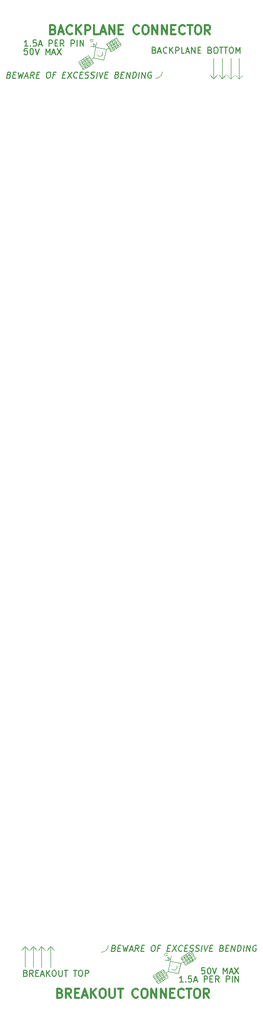
<source format=gto>
G04 #@! TF.GenerationSoftware,KiCad,Pcbnew,(5.1.9)-1*
G04 #@! TF.CreationDate,2021-12-19T15:19:46-05:00*
G04 #@! TF.ProjectId,backplane-breakout-FPC,6261636b-706c-4616-9e65-2d627265616b,rev?*
G04 #@! TF.SameCoordinates,Original*
G04 #@! TF.FileFunction,Legend,Top*
G04 #@! TF.FilePolarity,Positive*
%FSLAX46Y46*%
G04 Gerber Fmt 4.6, Leading zero omitted, Abs format (unit mm)*
G04 Created by KiCad (PCBNEW (5.1.9)-1) date 2021-12-19 15:19:46*
%MOMM*%
%LPD*%
G01*
G04 APERTURE LIST*
%ADD10C,0.150000*%
%ADD11C,0.120000*%
%ADD12C,0.300000*%
G04 APERTURE END LIST*
D10*
X118001190Y-180578571D02*
X118144047Y-180626190D01*
X118191666Y-180673809D01*
X118239285Y-180769047D01*
X118239285Y-180911904D01*
X118191666Y-181007142D01*
X118144047Y-181054761D01*
X118048809Y-181102380D01*
X117667857Y-181102380D01*
X117667857Y-180102380D01*
X118001190Y-180102380D01*
X118096428Y-180150000D01*
X118144047Y-180197619D01*
X118191666Y-180292857D01*
X118191666Y-180388095D01*
X118144047Y-180483333D01*
X118096428Y-180530952D01*
X118001190Y-180578571D01*
X117667857Y-180578571D01*
X119239285Y-181102380D02*
X118905952Y-180626190D01*
X118667857Y-181102380D02*
X118667857Y-180102380D01*
X119048809Y-180102380D01*
X119144047Y-180150000D01*
X119191666Y-180197619D01*
X119239285Y-180292857D01*
X119239285Y-180435714D01*
X119191666Y-180530952D01*
X119144047Y-180578571D01*
X119048809Y-180626190D01*
X118667857Y-180626190D01*
X119667857Y-180578571D02*
X120001190Y-180578571D01*
X120144047Y-181102380D02*
X119667857Y-181102380D01*
X119667857Y-180102380D01*
X120144047Y-180102380D01*
X120525000Y-180816666D02*
X121001190Y-180816666D01*
X120429761Y-181102380D02*
X120763095Y-180102380D01*
X121096428Y-181102380D01*
X121429761Y-181102380D02*
X121429761Y-180102380D01*
X122001190Y-181102380D02*
X121572619Y-180530952D01*
X122001190Y-180102380D02*
X121429761Y-180673809D01*
X122620238Y-180102380D02*
X122810714Y-180102380D01*
X122905952Y-180150000D01*
X123001190Y-180245238D01*
X123048809Y-180435714D01*
X123048809Y-180769047D01*
X123001190Y-180959523D01*
X122905952Y-181054761D01*
X122810714Y-181102380D01*
X122620238Y-181102380D01*
X122525000Y-181054761D01*
X122429761Y-180959523D01*
X122382142Y-180769047D01*
X122382142Y-180435714D01*
X122429761Y-180245238D01*
X122525000Y-180150000D01*
X122620238Y-180102380D01*
X123477380Y-180102380D02*
X123477380Y-180911904D01*
X123525000Y-181007142D01*
X123572619Y-181054761D01*
X123667857Y-181102380D01*
X123858333Y-181102380D01*
X123953571Y-181054761D01*
X124001190Y-181007142D01*
X124048809Y-180911904D01*
X124048809Y-180102380D01*
X124382142Y-180102380D02*
X124953571Y-180102380D01*
X124667857Y-181102380D02*
X124667857Y-180102380D01*
X125905952Y-180102380D02*
X126477380Y-180102380D01*
X126191666Y-181102380D02*
X126191666Y-180102380D01*
X127001190Y-180102380D02*
X127191666Y-180102380D01*
X127286904Y-180150000D01*
X127382142Y-180245238D01*
X127429761Y-180435714D01*
X127429761Y-180769047D01*
X127382142Y-180959523D01*
X127286904Y-181054761D01*
X127191666Y-181102380D01*
X127001190Y-181102380D01*
X126905952Y-181054761D01*
X126810714Y-180959523D01*
X126763095Y-180769047D01*
X126763095Y-180435714D01*
X126810714Y-180245238D01*
X126905952Y-180150000D01*
X127001190Y-180102380D01*
X127858333Y-181102380D02*
X127858333Y-180102380D01*
X128239285Y-180102380D01*
X128334523Y-180150000D01*
X128382142Y-180197619D01*
X128429761Y-180292857D01*
X128429761Y-180435714D01*
X128382142Y-180530952D01*
X128334523Y-180578571D01*
X128239285Y-180626190D01*
X127858333Y-180626190D01*
D11*
X117875000Y-176150000D02*
X118450000Y-176775000D01*
X117875000Y-179550000D02*
X117875000Y-176150000D01*
X119225000Y-176150000D02*
X119800000Y-176775000D01*
X117875000Y-176150000D02*
X117300000Y-176775000D01*
X119225000Y-176150000D02*
X118650000Y-176775000D01*
X119225000Y-179550000D02*
X119225000Y-176150000D01*
X120625000Y-179575000D02*
X120625000Y-176175000D01*
X120625000Y-176175000D02*
X121200000Y-176800000D01*
X120625000Y-176175000D02*
X120050000Y-176800000D01*
X122100000Y-176175000D02*
X122675000Y-176800000D01*
X122100000Y-176175000D02*
X121525000Y-176800000D01*
X122100000Y-179575000D02*
X122100000Y-176175000D01*
X153350000Y-32625000D02*
X152775000Y-32000000D01*
X153350000Y-32625000D02*
X153925000Y-32000000D01*
X153350000Y-29225000D02*
X153350000Y-32625000D01*
X152000000Y-32625000D02*
X151425000Y-32000000D01*
X152000000Y-32625000D02*
X152575000Y-32000000D01*
X152000000Y-29225000D02*
X152000000Y-32625000D01*
X150600000Y-32600000D02*
X150025000Y-31975000D01*
X150600000Y-32600000D02*
X151175000Y-31975000D01*
X150600000Y-29200000D02*
X150600000Y-32600000D01*
X149125000Y-32600000D02*
X148550000Y-31975000D01*
X149125000Y-32600000D02*
X149700000Y-31975000D01*
X149125000Y-29200000D02*
X149125000Y-32600000D01*
D10*
X139321428Y-27878571D02*
X139464285Y-27926190D01*
X139511904Y-27973809D01*
X139559523Y-28069047D01*
X139559523Y-28211904D01*
X139511904Y-28307142D01*
X139464285Y-28354761D01*
X139369047Y-28402380D01*
X138988095Y-28402380D01*
X138988095Y-27402380D01*
X139321428Y-27402380D01*
X139416666Y-27450000D01*
X139464285Y-27497619D01*
X139511904Y-27592857D01*
X139511904Y-27688095D01*
X139464285Y-27783333D01*
X139416666Y-27830952D01*
X139321428Y-27878571D01*
X138988095Y-27878571D01*
X139940476Y-28116666D02*
X140416666Y-28116666D01*
X139845238Y-28402380D02*
X140178571Y-27402380D01*
X140511904Y-28402380D01*
X141416666Y-28307142D02*
X141369047Y-28354761D01*
X141226190Y-28402380D01*
X141130952Y-28402380D01*
X140988095Y-28354761D01*
X140892857Y-28259523D01*
X140845238Y-28164285D01*
X140797619Y-27973809D01*
X140797619Y-27830952D01*
X140845238Y-27640476D01*
X140892857Y-27545238D01*
X140988095Y-27450000D01*
X141130952Y-27402380D01*
X141226190Y-27402380D01*
X141369047Y-27450000D01*
X141416666Y-27497619D01*
X141845238Y-28402380D02*
X141845238Y-27402380D01*
X142416666Y-28402380D02*
X141988095Y-27830952D01*
X142416666Y-27402380D02*
X141845238Y-27973809D01*
X142845238Y-28402380D02*
X142845238Y-27402380D01*
X143226190Y-27402380D01*
X143321428Y-27450000D01*
X143369047Y-27497619D01*
X143416666Y-27592857D01*
X143416666Y-27735714D01*
X143369047Y-27830952D01*
X143321428Y-27878571D01*
X143226190Y-27926190D01*
X142845238Y-27926190D01*
X144321428Y-28402380D02*
X143845238Y-28402380D01*
X143845238Y-27402380D01*
X144607142Y-28116666D02*
X145083333Y-28116666D01*
X144511904Y-28402380D02*
X144845238Y-27402380D01*
X145178571Y-28402380D01*
X145511904Y-28402380D02*
X145511904Y-27402380D01*
X146083333Y-28402380D01*
X146083333Y-27402380D01*
X146559523Y-27878571D02*
X146892857Y-27878571D01*
X147035714Y-28402380D02*
X146559523Y-28402380D01*
X146559523Y-27402380D01*
X147035714Y-27402380D01*
X148559523Y-27878571D02*
X148702380Y-27926190D01*
X148750000Y-27973809D01*
X148797619Y-28069047D01*
X148797619Y-28211904D01*
X148750000Y-28307142D01*
X148702380Y-28354761D01*
X148607142Y-28402380D01*
X148226190Y-28402380D01*
X148226190Y-27402380D01*
X148559523Y-27402380D01*
X148654761Y-27450000D01*
X148702380Y-27497619D01*
X148750000Y-27592857D01*
X148750000Y-27688095D01*
X148702380Y-27783333D01*
X148654761Y-27830952D01*
X148559523Y-27878571D01*
X148226190Y-27878571D01*
X149416666Y-27402380D02*
X149607142Y-27402380D01*
X149702380Y-27450000D01*
X149797619Y-27545238D01*
X149845238Y-27735714D01*
X149845238Y-28069047D01*
X149797619Y-28259523D01*
X149702380Y-28354761D01*
X149607142Y-28402380D01*
X149416666Y-28402380D01*
X149321428Y-28354761D01*
X149226190Y-28259523D01*
X149178571Y-28069047D01*
X149178571Y-27735714D01*
X149226190Y-27545238D01*
X149321428Y-27450000D01*
X149416666Y-27402380D01*
X150130952Y-27402380D02*
X150702380Y-27402380D01*
X150416666Y-28402380D02*
X150416666Y-27402380D01*
X150892857Y-27402380D02*
X151464285Y-27402380D01*
X151178571Y-28402380D02*
X151178571Y-27402380D01*
X151988095Y-27402380D02*
X152178571Y-27402380D01*
X152273809Y-27450000D01*
X152369047Y-27545238D01*
X152416666Y-27735714D01*
X152416666Y-28069047D01*
X152369047Y-28259523D01*
X152273809Y-28354761D01*
X152178571Y-28402380D01*
X151988095Y-28402380D01*
X151892857Y-28354761D01*
X151797619Y-28259523D01*
X151750000Y-28069047D01*
X151750000Y-27735714D01*
X151797619Y-27545238D01*
X151892857Y-27450000D01*
X151988095Y-27402380D01*
X152845238Y-28402380D02*
X152845238Y-27402380D01*
X153178571Y-28116666D01*
X153511904Y-27402380D01*
X153511904Y-28402380D01*
D11*
X140650000Y-31425000D02*
G75*
G02*
X139500000Y-32575000I-1150000J0D01*
G01*
X131700000Y-175975000D02*
G75*
G02*
X130550000Y-177125000I-1150000J0D01*
G01*
D10*
X132621443Y-176453571D02*
X132758348Y-176501190D01*
X132800014Y-176548809D01*
X132835729Y-176644047D01*
X132817872Y-176786904D01*
X132758348Y-176882142D01*
X132704776Y-176929761D01*
X132603586Y-176977380D01*
X132222633Y-176977380D01*
X132347633Y-175977380D01*
X132680967Y-175977380D01*
X132770252Y-176025000D01*
X132811919Y-176072619D01*
X132847633Y-176167857D01*
X132835729Y-176263095D01*
X132776205Y-176358333D01*
X132722633Y-176405952D01*
X132621443Y-176453571D01*
X132288110Y-176453571D01*
X133288110Y-176453571D02*
X133621443Y-176453571D01*
X133698824Y-176977380D02*
X133222633Y-176977380D01*
X133347633Y-175977380D01*
X133823824Y-175977380D01*
X134157157Y-175977380D02*
X134270252Y-176977380D01*
X134550014Y-176263095D01*
X134651205Y-176977380D01*
X135014300Y-175977380D01*
X135258348Y-176691666D02*
X135734538Y-176691666D01*
X135127395Y-176977380D02*
X135585729Y-175977380D01*
X135794062Y-176977380D01*
X136698824Y-176977380D02*
X136425014Y-176501190D01*
X136127395Y-176977380D02*
X136252395Y-175977380D01*
X136633348Y-175977380D01*
X136722633Y-176025000D01*
X136764300Y-176072619D01*
X136800014Y-176167857D01*
X136782157Y-176310714D01*
X136722633Y-176405952D01*
X136669062Y-176453571D01*
X136567872Y-176501190D01*
X136186919Y-176501190D01*
X137192872Y-176453571D02*
X137526205Y-176453571D01*
X137603586Y-176977380D02*
X137127395Y-176977380D01*
X137252395Y-175977380D01*
X137728586Y-175977380D01*
X139109538Y-175977380D02*
X139300014Y-175977380D01*
X139389300Y-176025000D01*
X139472633Y-176120238D01*
X139496443Y-176310714D01*
X139454776Y-176644047D01*
X139383348Y-176834523D01*
X139276205Y-176929761D01*
X139175014Y-176977380D01*
X138984538Y-176977380D01*
X138895252Y-176929761D01*
X138811919Y-176834523D01*
X138788110Y-176644047D01*
X138829776Y-176310714D01*
X138901205Y-176120238D01*
X139008348Y-176025000D01*
X139109538Y-175977380D01*
X140240491Y-176453571D02*
X139907157Y-176453571D01*
X139841681Y-176977380D02*
X139966681Y-175977380D01*
X140442872Y-175977380D01*
X141526205Y-176453571D02*
X141859538Y-176453571D01*
X141936919Y-176977380D02*
X141460729Y-176977380D01*
X141585729Y-175977380D01*
X142061919Y-175977380D01*
X142395252Y-175977380D02*
X142936919Y-176977380D01*
X143061919Y-175977380D02*
X142270252Y-176977380D01*
X143901205Y-176882142D02*
X143847633Y-176929761D01*
X143698824Y-176977380D01*
X143603586Y-176977380D01*
X143466681Y-176929761D01*
X143383348Y-176834523D01*
X143347633Y-176739285D01*
X143323824Y-176548809D01*
X143341681Y-176405952D01*
X143413110Y-176215476D01*
X143472633Y-176120238D01*
X143579776Y-176025000D01*
X143728586Y-175977380D01*
X143823824Y-175977380D01*
X143960729Y-176025000D01*
X144002395Y-176072619D01*
X144383348Y-176453571D02*
X144716681Y-176453571D01*
X144794062Y-176977380D02*
X144317872Y-176977380D01*
X144442872Y-175977380D01*
X144919062Y-175977380D01*
X145180967Y-176929761D02*
X145317872Y-176977380D01*
X145555967Y-176977380D01*
X145657157Y-176929761D01*
X145710729Y-176882142D01*
X145770252Y-176786904D01*
X145782157Y-176691666D01*
X145746443Y-176596428D01*
X145704776Y-176548809D01*
X145615491Y-176501190D01*
X145430967Y-176453571D01*
X145341681Y-176405952D01*
X145300014Y-176358333D01*
X145264300Y-176263095D01*
X145276205Y-176167857D01*
X145335729Y-176072619D01*
X145389300Y-176025000D01*
X145490491Y-175977380D01*
X145728586Y-175977380D01*
X145865491Y-176025000D01*
X146133348Y-176929761D02*
X146270252Y-176977380D01*
X146508348Y-176977380D01*
X146609538Y-176929761D01*
X146663110Y-176882142D01*
X146722633Y-176786904D01*
X146734538Y-176691666D01*
X146698824Y-176596428D01*
X146657157Y-176548809D01*
X146567872Y-176501190D01*
X146383348Y-176453571D01*
X146294062Y-176405952D01*
X146252395Y-176358333D01*
X146216681Y-176263095D01*
X146228586Y-176167857D01*
X146288110Y-176072619D01*
X146341681Y-176025000D01*
X146442872Y-175977380D01*
X146680967Y-175977380D01*
X146817872Y-176025000D01*
X147127395Y-176977380D02*
X147252395Y-175977380D01*
X147585729Y-175977380D02*
X147794062Y-176977380D01*
X148252395Y-175977380D01*
X148526205Y-176453571D02*
X148859538Y-176453571D01*
X148936919Y-176977380D02*
X148460729Y-176977380D01*
X148585729Y-175977380D01*
X149061919Y-175977380D01*
X150526205Y-176453571D02*
X150663110Y-176501190D01*
X150704776Y-176548809D01*
X150740491Y-176644047D01*
X150722633Y-176786904D01*
X150663110Y-176882142D01*
X150609538Y-176929761D01*
X150508348Y-176977380D01*
X150127395Y-176977380D01*
X150252395Y-175977380D01*
X150585729Y-175977380D01*
X150675014Y-176025000D01*
X150716681Y-176072619D01*
X150752395Y-176167857D01*
X150740491Y-176263095D01*
X150680967Y-176358333D01*
X150627395Y-176405952D01*
X150526205Y-176453571D01*
X150192872Y-176453571D01*
X151192872Y-176453571D02*
X151526205Y-176453571D01*
X151603586Y-176977380D02*
X151127395Y-176977380D01*
X151252395Y-175977380D01*
X151728586Y-175977380D01*
X152032157Y-176977380D02*
X152157157Y-175977380D01*
X152603586Y-176977380D01*
X152728586Y-175977380D01*
X153079776Y-176977380D02*
X153204776Y-175977380D01*
X153442872Y-175977380D01*
X153579776Y-176025000D01*
X153663110Y-176120238D01*
X153698824Y-176215476D01*
X153722633Y-176405952D01*
X153704776Y-176548809D01*
X153633348Y-176739285D01*
X153573824Y-176834523D01*
X153466681Y-176929761D01*
X153317872Y-176977380D01*
X153079776Y-176977380D01*
X154079776Y-176977380D02*
X154204776Y-175977380D01*
X154555967Y-176977380D02*
X154680967Y-175977380D01*
X155127395Y-176977380D01*
X155252395Y-175977380D01*
X156246443Y-176025000D02*
X156157157Y-175977380D01*
X156014300Y-175977380D01*
X155865491Y-176025000D01*
X155758348Y-176120238D01*
X155698824Y-176215476D01*
X155627395Y-176405952D01*
X155609538Y-176548809D01*
X155633348Y-176739285D01*
X155669062Y-176834523D01*
X155752395Y-176929761D01*
X155889300Y-176977380D01*
X155984538Y-176977380D01*
X156133348Y-176929761D01*
X156186919Y-176882142D01*
X156228586Y-176548809D01*
X156038110Y-176548809D01*
X115246443Y-31978571D02*
X115383348Y-32026190D01*
X115425014Y-32073809D01*
X115460729Y-32169047D01*
X115442872Y-32311904D01*
X115383348Y-32407142D01*
X115329776Y-32454761D01*
X115228586Y-32502380D01*
X114847633Y-32502380D01*
X114972633Y-31502380D01*
X115305967Y-31502380D01*
X115395252Y-31550000D01*
X115436919Y-31597619D01*
X115472633Y-31692857D01*
X115460729Y-31788095D01*
X115401205Y-31883333D01*
X115347633Y-31930952D01*
X115246443Y-31978571D01*
X114913110Y-31978571D01*
X115913110Y-31978571D02*
X116246443Y-31978571D01*
X116323824Y-32502380D02*
X115847633Y-32502380D01*
X115972633Y-31502380D01*
X116448824Y-31502380D01*
X116782157Y-31502380D02*
X116895252Y-32502380D01*
X117175014Y-31788095D01*
X117276205Y-32502380D01*
X117639300Y-31502380D01*
X117883348Y-32216666D02*
X118359538Y-32216666D01*
X117752395Y-32502380D02*
X118210729Y-31502380D01*
X118419062Y-32502380D01*
X119323824Y-32502380D02*
X119050014Y-32026190D01*
X118752395Y-32502380D02*
X118877395Y-31502380D01*
X119258348Y-31502380D01*
X119347633Y-31550000D01*
X119389300Y-31597619D01*
X119425014Y-31692857D01*
X119407157Y-31835714D01*
X119347633Y-31930952D01*
X119294062Y-31978571D01*
X119192872Y-32026190D01*
X118811919Y-32026190D01*
X119817872Y-31978571D02*
X120151205Y-31978571D01*
X120228586Y-32502380D02*
X119752395Y-32502380D01*
X119877395Y-31502380D01*
X120353586Y-31502380D01*
X121734538Y-31502380D02*
X121925014Y-31502380D01*
X122014300Y-31550000D01*
X122097633Y-31645238D01*
X122121443Y-31835714D01*
X122079776Y-32169047D01*
X122008348Y-32359523D01*
X121901205Y-32454761D01*
X121800014Y-32502380D01*
X121609538Y-32502380D01*
X121520252Y-32454761D01*
X121436919Y-32359523D01*
X121413110Y-32169047D01*
X121454776Y-31835714D01*
X121526205Y-31645238D01*
X121633348Y-31550000D01*
X121734538Y-31502380D01*
X122865491Y-31978571D02*
X122532157Y-31978571D01*
X122466681Y-32502380D02*
X122591681Y-31502380D01*
X123067872Y-31502380D01*
X124151205Y-31978571D02*
X124484538Y-31978571D01*
X124561919Y-32502380D02*
X124085729Y-32502380D01*
X124210729Y-31502380D01*
X124686919Y-31502380D01*
X125020252Y-31502380D02*
X125561919Y-32502380D01*
X125686919Y-31502380D02*
X124895252Y-32502380D01*
X126526205Y-32407142D02*
X126472633Y-32454761D01*
X126323824Y-32502380D01*
X126228586Y-32502380D01*
X126091681Y-32454761D01*
X126008348Y-32359523D01*
X125972633Y-32264285D01*
X125948824Y-32073809D01*
X125966681Y-31930952D01*
X126038110Y-31740476D01*
X126097633Y-31645238D01*
X126204776Y-31550000D01*
X126353586Y-31502380D01*
X126448824Y-31502380D01*
X126585729Y-31550000D01*
X126627395Y-31597619D01*
X127008348Y-31978571D02*
X127341681Y-31978571D01*
X127419062Y-32502380D02*
X126942872Y-32502380D01*
X127067872Y-31502380D01*
X127544062Y-31502380D01*
X127805967Y-32454761D02*
X127942872Y-32502380D01*
X128180967Y-32502380D01*
X128282157Y-32454761D01*
X128335729Y-32407142D01*
X128395252Y-32311904D01*
X128407157Y-32216666D01*
X128371443Y-32121428D01*
X128329776Y-32073809D01*
X128240491Y-32026190D01*
X128055967Y-31978571D01*
X127966681Y-31930952D01*
X127925014Y-31883333D01*
X127889300Y-31788095D01*
X127901205Y-31692857D01*
X127960729Y-31597619D01*
X128014300Y-31550000D01*
X128115491Y-31502380D01*
X128353586Y-31502380D01*
X128490491Y-31550000D01*
X128758348Y-32454761D02*
X128895252Y-32502380D01*
X129133348Y-32502380D01*
X129234538Y-32454761D01*
X129288110Y-32407142D01*
X129347633Y-32311904D01*
X129359538Y-32216666D01*
X129323824Y-32121428D01*
X129282157Y-32073809D01*
X129192872Y-32026190D01*
X129008348Y-31978571D01*
X128919062Y-31930952D01*
X128877395Y-31883333D01*
X128841681Y-31788095D01*
X128853586Y-31692857D01*
X128913110Y-31597619D01*
X128966681Y-31550000D01*
X129067872Y-31502380D01*
X129305967Y-31502380D01*
X129442872Y-31550000D01*
X129752395Y-32502380D02*
X129877395Y-31502380D01*
X130210729Y-31502380D02*
X130419062Y-32502380D01*
X130877395Y-31502380D01*
X131151205Y-31978571D02*
X131484538Y-31978571D01*
X131561919Y-32502380D02*
X131085729Y-32502380D01*
X131210729Y-31502380D01*
X131686919Y-31502380D01*
X133151205Y-31978571D02*
X133288110Y-32026190D01*
X133329776Y-32073809D01*
X133365491Y-32169047D01*
X133347633Y-32311904D01*
X133288110Y-32407142D01*
X133234538Y-32454761D01*
X133133348Y-32502380D01*
X132752395Y-32502380D01*
X132877395Y-31502380D01*
X133210729Y-31502380D01*
X133300014Y-31550000D01*
X133341681Y-31597619D01*
X133377395Y-31692857D01*
X133365491Y-31788095D01*
X133305967Y-31883333D01*
X133252395Y-31930952D01*
X133151205Y-31978571D01*
X132817872Y-31978571D01*
X133817872Y-31978571D02*
X134151205Y-31978571D01*
X134228586Y-32502380D02*
X133752395Y-32502380D01*
X133877395Y-31502380D01*
X134353586Y-31502380D01*
X134657157Y-32502380D02*
X134782157Y-31502380D01*
X135228586Y-32502380D01*
X135353586Y-31502380D01*
X135704776Y-32502380D02*
X135829776Y-31502380D01*
X136067872Y-31502380D01*
X136204776Y-31550000D01*
X136288110Y-31645238D01*
X136323824Y-31740476D01*
X136347633Y-31930952D01*
X136329776Y-32073809D01*
X136258348Y-32264285D01*
X136198824Y-32359523D01*
X136091681Y-32454761D01*
X135942872Y-32502380D01*
X135704776Y-32502380D01*
X136704776Y-32502380D02*
X136829776Y-31502380D01*
X137180967Y-32502380D02*
X137305967Y-31502380D01*
X137752395Y-32502380D01*
X137877395Y-31502380D01*
X138871443Y-31550000D02*
X138782157Y-31502380D01*
X138639300Y-31502380D01*
X138490491Y-31550000D01*
X138383348Y-31645238D01*
X138323824Y-31740476D01*
X138252395Y-31930952D01*
X138234538Y-32073809D01*
X138258348Y-32264285D01*
X138294062Y-32359523D01*
X138377395Y-32454761D01*
X138514300Y-32502380D01*
X138609538Y-32502380D01*
X138758348Y-32454761D01*
X138811919Y-32407142D01*
X138853586Y-32073809D01*
X138663110Y-32073809D01*
D11*
X143302239Y-180655907D02*
X141573102Y-180288368D01*
X141142911Y-181462010D02*
X140723575Y-181734329D01*
X139748745Y-182069301D02*
X141426086Y-180980023D01*
X140723575Y-181734329D02*
X139906617Y-180476324D01*
X139487281Y-180748643D02*
X140304240Y-182006649D01*
X141940641Y-178559231D02*
X141573102Y-180288368D01*
X143669778Y-178926770D02*
X141940641Y-178559231D01*
X139476425Y-181649965D02*
X141153767Y-180560687D01*
X143669778Y-178926770D02*
X143302239Y-180655907D01*
X141573102Y-180288368D02*
X141153767Y-180560687D01*
X143669778Y-178926770D02*
X144089114Y-178654451D01*
X141562246Y-181189690D02*
X141153767Y-180560687D01*
X141153767Y-180560687D02*
X140745287Y-179931684D01*
X139884905Y-182278968D02*
X141562246Y-181189690D01*
X139340266Y-181440298D02*
X139476425Y-181649965D01*
X140745287Y-179931684D02*
X139067946Y-181020963D01*
X141289926Y-180770355D02*
X139612585Y-181859633D01*
X140325952Y-180204004D02*
X141142911Y-181462010D01*
X139067946Y-181020963D02*
X139884905Y-182278968D01*
X139906617Y-180476324D02*
X139487281Y-180748643D01*
X140881447Y-180141352D02*
X141017607Y-180351020D01*
X139204106Y-181230630D02*
X140881447Y-180141352D01*
X141017607Y-180351020D02*
X139340266Y-181440298D01*
X139612585Y-181859633D02*
X139748745Y-182069301D01*
X144916928Y-179011134D02*
X144099970Y-177753128D01*
X143040775Y-179335249D02*
G75*
G02*
X142202105Y-179879889I-419335J-272320D01*
G01*
X144099970Y-177753128D02*
X144519305Y-177480809D01*
X145630295Y-177355505D02*
X145494135Y-177145837D01*
X142144293Y-177771178D02*
G75*
G02*
X141137887Y-178424746I-693827J-33249D01*
G01*
X143952954Y-178444783D02*
X145630295Y-177355505D01*
X141940641Y-178559231D02*
X141831713Y-178391497D01*
X143680634Y-178025448D02*
X144089114Y-178654451D01*
X145336263Y-178738815D02*
X145755599Y-178466495D01*
X142595511Y-179085187D02*
G75*
G03*
X142595511Y-179085187I-50990J0D01*
G01*
X145766455Y-177565173D02*
X144089114Y-178654451D01*
X145755599Y-178466495D02*
X144938640Y-177208489D01*
X145902614Y-177774840D02*
X145766455Y-177565173D01*
X146038774Y-177984508D02*
X144361433Y-179073786D01*
X146174934Y-178194176D02*
X145357975Y-176936170D01*
X144361433Y-179073786D02*
X144225273Y-178864118D01*
X144225273Y-178864118D02*
X145902614Y-177774840D01*
X145494135Y-177145837D02*
X143816794Y-178235116D01*
X142226496Y-179324828D02*
G75*
G03*
X142226496Y-179324828I-50990J0D01*
G01*
X145357975Y-176936170D02*
X143680634Y-178025448D01*
X144089114Y-178654451D02*
X144497593Y-179283454D01*
X144497593Y-179283454D02*
X146174934Y-178194176D01*
X144519305Y-177480809D02*
X145336263Y-178738815D01*
D12*
X123678571Y-183867857D02*
X123892857Y-183939285D01*
X123964285Y-184010714D01*
X124035714Y-184153571D01*
X124035714Y-184367857D01*
X123964285Y-184510714D01*
X123892857Y-184582142D01*
X123750000Y-184653571D01*
X123178571Y-184653571D01*
X123178571Y-183153571D01*
X123678571Y-183153571D01*
X123821428Y-183225000D01*
X123892857Y-183296428D01*
X123964285Y-183439285D01*
X123964285Y-183582142D01*
X123892857Y-183725000D01*
X123821428Y-183796428D01*
X123678571Y-183867857D01*
X123178571Y-183867857D01*
X125535714Y-184653571D02*
X125035714Y-183939285D01*
X124678571Y-184653571D02*
X124678571Y-183153571D01*
X125250000Y-183153571D01*
X125392857Y-183225000D01*
X125464285Y-183296428D01*
X125535714Y-183439285D01*
X125535714Y-183653571D01*
X125464285Y-183796428D01*
X125392857Y-183867857D01*
X125250000Y-183939285D01*
X124678571Y-183939285D01*
X126178571Y-183867857D02*
X126678571Y-183867857D01*
X126892857Y-184653571D02*
X126178571Y-184653571D01*
X126178571Y-183153571D01*
X126892857Y-183153571D01*
X127464285Y-184225000D02*
X128178571Y-184225000D01*
X127321428Y-184653571D02*
X127821428Y-183153571D01*
X128321428Y-184653571D01*
X128821428Y-184653571D02*
X128821428Y-183153571D01*
X129678571Y-184653571D02*
X129035714Y-183796428D01*
X129678571Y-183153571D02*
X128821428Y-184010714D01*
X130607142Y-183153571D02*
X130892857Y-183153571D01*
X131035714Y-183225000D01*
X131178571Y-183367857D01*
X131250000Y-183653571D01*
X131250000Y-184153571D01*
X131178571Y-184439285D01*
X131035714Y-184582142D01*
X130892857Y-184653571D01*
X130607142Y-184653571D01*
X130464285Y-184582142D01*
X130321428Y-184439285D01*
X130250000Y-184153571D01*
X130250000Y-183653571D01*
X130321428Y-183367857D01*
X130464285Y-183225000D01*
X130607142Y-183153571D01*
X131892857Y-183153571D02*
X131892857Y-184367857D01*
X131964285Y-184510714D01*
X132035714Y-184582142D01*
X132178571Y-184653571D01*
X132464285Y-184653571D01*
X132607142Y-184582142D01*
X132678571Y-184510714D01*
X132750000Y-184367857D01*
X132750000Y-183153571D01*
X133250000Y-183153571D02*
X134107142Y-183153571D01*
X133678571Y-184653571D02*
X133678571Y-183153571D01*
X136607142Y-184510714D02*
X136535714Y-184582142D01*
X136321428Y-184653571D01*
X136178571Y-184653571D01*
X135964285Y-184582142D01*
X135821428Y-184439285D01*
X135750000Y-184296428D01*
X135678571Y-184010714D01*
X135678571Y-183796428D01*
X135750000Y-183510714D01*
X135821428Y-183367857D01*
X135964285Y-183225000D01*
X136178571Y-183153571D01*
X136321428Y-183153571D01*
X136535714Y-183225000D01*
X136607142Y-183296428D01*
X137535714Y-183153571D02*
X137821428Y-183153571D01*
X137964285Y-183225000D01*
X138107142Y-183367857D01*
X138178571Y-183653571D01*
X138178571Y-184153571D01*
X138107142Y-184439285D01*
X137964285Y-184582142D01*
X137821428Y-184653571D01*
X137535714Y-184653571D01*
X137392857Y-184582142D01*
X137250000Y-184439285D01*
X137178571Y-184153571D01*
X137178571Y-183653571D01*
X137250000Y-183367857D01*
X137392857Y-183225000D01*
X137535714Y-183153571D01*
X138821428Y-184653571D02*
X138821428Y-183153571D01*
X139678571Y-184653571D01*
X139678571Y-183153571D01*
X140392857Y-184653571D02*
X140392857Y-183153571D01*
X141250000Y-184653571D01*
X141250000Y-183153571D01*
X141964285Y-183867857D02*
X142464285Y-183867857D01*
X142678571Y-184653571D02*
X141964285Y-184653571D01*
X141964285Y-183153571D01*
X142678571Y-183153571D01*
X144178571Y-184510714D02*
X144107142Y-184582142D01*
X143892857Y-184653571D01*
X143750000Y-184653571D01*
X143535714Y-184582142D01*
X143392857Y-184439285D01*
X143321428Y-184296428D01*
X143250000Y-184010714D01*
X143250000Y-183796428D01*
X143321428Y-183510714D01*
X143392857Y-183367857D01*
X143535714Y-183225000D01*
X143750000Y-183153571D01*
X143892857Y-183153571D01*
X144107142Y-183225000D01*
X144178571Y-183296428D01*
X144607142Y-183153571D02*
X145464285Y-183153571D01*
X145035714Y-184653571D02*
X145035714Y-183153571D01*
X146250000Y-183153571D02*
X146535714Y-183153571D01*
X146678571Y-183225000D01*
X146821428Y-183367857D01*
X146892857Y-183653571D01*
X146892857Y-184153571D01*
X146821428Y-184439285D01*
X146678571Y-184582142D01*
X146535714Y-184653571D01*
X146250000Y-184653571D01*
X146107142Y-184582142D01*
X145964285Y-184439285D01*
X145892857Y-184153571D01*
X145892857Y-183653571D01*
X145964285Y-183367857D01*
X146107142Y-183225000D01*
X146250000Y-183153571D01*
X148392857Y-184653571D02*
X147892857Y-183939285D01*
X147535714Y-184653571D02*
X147535714Y-183153571D01*
X148107142Y-183153571D01*
X148250000Y-183225000D01*
X148321428Y-183296428D01*
X148392857Y-183439285D01*
X148392857Y-183653571D01*
X148321428Y-183796428D01*
X148250000Y-183867857D01*
X148107142Y-183939285D01*
X147535714Y-183939285D01*
D10*
X147676190Y-179692380D02*
X147200000Y-179692380D01*
X147152380Y-180168571D01*
X147200000Y-180120952D01*
X147295238Y-180073333D01*
X147533333Y-180073333D01*
X147628571Y-180120952D01*
X147676190Y-180168571D01*
X147723809Y-180263809D01*
X147723809Y-180501904D01*
X147676190Y-180597142D01*
X147628571Y-180644761D01*
X147533333Y-180692380D01*
X147295238Y-180692380D01*
X147200000Y-180644761D01*
X147152380Y-180597142D01*
X148342857Y-179692380D02*
X148438095Y-179692380D01*
X148533333Y-179740000D01*
X148580952Y-179787619D01*
X148628571Y-179882857D01*
X148676190Y-180073333D01*
X148676190Y-180311428D01*
X148628571Y-180501904D01*
X148580952Y-180597142D01*
X148533333Y-180644761D01*
X148438095Y-180692380D01*
X148342857Y-180692380D01*
X148247619Y-180644761D01*
X148200000Y-180597142D01*
X148152380Y-180501904D01*
X148104761Y-180311428D01*
X148104761Y-180073333D01*
X148152380Y-179882857D01*
X148200000Y-179787619D01*
X148247619Y-179740000D01*
X148342857Y-179692380D01*
X148961904Y-179692380D02*
X149295238Y-180692380D01*
X149628571Y-179692380D01*
X150723809Y-180692380D02*
X150723809Y-179692380D01*
X151057142Y-180406666D01*
X151390476Y-179692380D01*
X151390476Y-180692380D01*
X151819047Y-180406666D02*
X152295238Y-180406666D01*
X151723809Y-180692380D02*
X152057142Y-179692380D01*
X152390476Y-180692380D01*
X152628571Y-179692380D02*
X153295238Y-180692380D01*
X153295238Y-179692380D02*
X152628571Y-180692380D01*
X144091666Y-182062380D02*
X143520238Y-182062380D01*
X143805952Y-182062380D02*
X143805952Y-181062380D01*
X143710714Y-181205238D01*
X143615476Y-181300476D01*
X143520238Y-181348095D01*
X144520238Y-181967142D02*
X144567857Y-182014761D01*
X144520238Y-182062380D01*
X144472619Y-182014761D01*
X144520238Y-181967142D01*
X144520238Y-182062380D01*
X145472619Y-181062380D02*
X144996428Y-181062380D01*
X144948809Y-181538571D01*
X144996428Y-181490952D01*
X145091666Y-181443333D01*
X145329761Y-181443333D01*
X145425000Y-181490952D01*
X145472619Y-181538571D01*
X145520238Y-181633809D01*
X145520238Y-181871904D01*
X145472619Y-181967142D01*
X145425000Y-182014761D01*
X145329761Y-182062380D01*
X145091666Y-182062380D01*
X144996428Y-182014761D01*
X144948809Y-181967142D01*
X145901190Y-181776666D02*
X146377380Y-181776666D01*
X145805952Y-182062380D02*
X146139285Y-181062380D01*
X146472619Y-182062380D01*
X147567857Y-182062380D02*
X147567857Y-181062380D01*
X147948809Y-181062380D01*
X148044047Y-181110000D01*
X148091666Y-181157619D01*
X148139285Y-181252857D01*
X148139285Y-181395714D01*
X148091666Y-181490952D01*
X148044047Y-181538571D01*
X147948809Y-181586190D01*
X147567857Y-181586190D01*
X148567857Y-181538571D02*
X148901190Y-181538571D01*
X149044047Y-182062380D02*
X148567857Y-182062380D01*
X148567857Y-181062380D01*
X149044047Y-181062380D01*
X150044047Y-182062380D02*
X149710714Y-181586190D01*
X149472619Y-182062380D02*
X149472619Y-181062380D01*
X149853571Y-181062380D01*
X149948809Y-181110000D01*
X149996428Y-181157619D01*
X150044047Y-181252857D01*
X150044047Y-181395714D01*
X149996428Y-181490952D01*
X149948809Y-181538571D01*
X149853571Y-181586190D01*
X149472619Y-181586190D01*
X151234523Y-182062380D02*
X151234523Y-181062380D01*
X151615476Y-181062380D01*
X151710714Y-181110000D01*
X151758333Y-181157619D01*
X151805952Y-181252857D01*
X151805952Y-181395714D01*
X151758333Y-181490952D01*
X151710714Y-181538571D01*
X151615476Y-181586190D01*
X151234523Y-181586190D01*
X152234523Y-182062380D02*
X152234523Y-181062380D01*
X152710714Y-182062380D02*
X152710714Y-181062380D01*
X153282142Y-182062380D01*
X153282142Y-181062380D01*
D11*
X141594814Y-178485723D02*
X141586626Y-178014095D01*
X142014149Y-178213404D02*
X141586626Y-178014095D01*
X140978282Y-177712135D02*
G75*
G02*
X141566993Y-177341236I376872J54475D01*
G01*
X141661626Y-178014095D02*
G75*
G03*
X141661626Y-178014095I-75000J0D01*
G01*
X141216499Y-177816210D02*
G75*
G02*
X141550120Y-177590666I206735J53716D01*
G01*
D10*
X118276190Y-27612380D02*
X117800000Y-27612380D01*
X117752380Y-28088571D01*
X117800000Y-28040952D01*
X117895238Y-27993333D01*
X118133333Y-27993333D01*
X118228571Y-28040952D01*
X118276190Y-28088571D01*
X118323809Y-28183809D01*
X118323809Y-28421904D01*
X118276190Y-28517142D01*
X118228571Y-28564761D01*
X118133333Y-28612380D01*
X117895238Y-28612380D01*
X117800000Y-28564761D01*
X117752380Y-28517142D01*
X118942857Y-27612380D02*
X119038095Y-27612380D01*
X119133333Y-27660000D01*
X119180952Y-27707619D01*
X119228571Y-27802857D01*
X119276190Y-27993333D01*
X119276190Y-28231428D01*
X119228571Y-28421904D01*
X119180952Y-28517142D01*
X119133333Y-28564761D01*
X119038095Y-28612380D01*
X118942857Y-28612380D01*
X118847619Y-28564761D01*
X118800000Y-28517142D01*
X118752380Y-28421904D01*
X118704761Y-28231428D01*
X118704761Y-27993333D01*
X118752380Y-27802857D01*
X118800000Y-27707619D01*
X118847619Y-27660000D01*
X118942857Y-27612380D01*
X119561904Y-27612380D02*
X119895238Y-28612380D01*
X120228571Y-27612380D01*
X121323809Y-28612380D02*
X121323809Y-27612380D01*
X121657142Y-28326666D01*
X121990476Y-27612380D01*
X121990476Y-28612380D01*
X122419047Y-28326666D02*
X122895238Y-28326666D01*
X122323809Y-28612380D02*
X122657142Y-27612380D01*
X122990476Y-28612380D01*
X123228571Y-27612380D02*
X123895238Y-28612380D01*
X123895238Y-27612380D02*
X123228571Y-28612380D01*
X118366666Y-27227380D02*
X117795238Y-27227380D01*
X118080952Y-27227380D02*
X118080952Y-26227380D01*
X117985714Y-26370238D01*
X117890476Y-26465476D01*
X117795238Y-26513095D01*
X118795238Y-27132142D02*
X118842857Y-27179761D01*
X118795238Y-27227380D01*
X118747619Y-27179761D01*
X118795238Y-27132142D01*
X118795238Y-27227380D01*
X119747619Y-26227380D02*
X119271428Y-26227380D01*
X119223809Y-26703571D01*
X119271428Y-26655952D01*
X119366666Y-26608333D01*
X119604761Y-26608333D01*
X119700000Y-26655952D01*
X119747619Y-26703571D01*
X119795238Y-26798809D01*
X119795238Y-27036904D01*
X119747619Y-27132142D01*
X119700000Y-27179761D01*
X119604761Y-27227380D01*
X119366666Y-27227380D01*
X119271428Y-27179761D01*
X119223809Y-27132142D01*
X120176190Y-26941666D02*
X120652380Y-26941666D01*
X120080952Y-27227380D02*
X120414285Y-26227380D01*
X120747619Y-27227380D01*
X121842857Y-27227380D02*
X121842857Y-26227380D01*
X122223809Y-26227380D01*
X122319047Y-26275000D01*
X122366666Y-26322619D01*
X122414285Y-26417857D01*
X122414285Y-26560714D01*
X122366666Y-26655952D01*
X122319047Y-26703571D01*
X122223809Y-26751190D01*
X121842857Y-26751190D01*
X122842857Y-26703571D02*
X123176190Y-26703571D01*
X123319047Y-27227380D02*
X122842857Y-27227380D01*
X122842857Y-26227380D01*
X123319047Y-26227380D01*
X124319047Y-27227380D02*
X123985714Y-26751190D01*
X123747619Y-27227380D02*
X123747619Y-26227380D01*
X124128571Y-26227380D01*
X124223809Y-26275000D01*
X124271428Y-26322619D01*
X124319047Y-26417857D01*
X124319047Y-26560714D01*
X124271428Y-26655952D01*
X124223809Y-26703571D01*
X124128571Y-26751190D01*
X123747619Y-26751190D01*
X125509523Y-27227380D02*
X125509523Y-26227380D01*
X125890476Y-26227380D01*
X125985714Y-26275000D01*
X126033333Y-26322619D01*
X126080952Y-26417857D01*
X126080952Y-26560714D01*
X126033333Y-26655952D01*
X125985714Y-26703571D01*
X125890476Y-26751190D01*
X125509523Y-26751190D01*
X126509523Y-27227380D02*
X126509523Y-26227380D01*
X126985714Y-27227380D02*
X126985714Y-26227380D01*
X127557142Y-27227380D01*
X127557142Y-26227380D01*
D12*
X122560714Y-24467857D02*
X122775000Y-24539285D01*
X122846428Y-24610714D01*
X122917857Y-24753571D01*
X122917857Y-24967857D01*
X122846428Y-25110714D01*
X122775000Y-25182142D01*
X122632142Y-25253571D01*
X122060714Y-25253571D01*
X122060714Y-23753571D01*
X122560714Y-23753571D01*
X122703571Y-23825000D01*
X122775000Y-23896428D01*
X122846428Y-24039285D01*
X122846428Y-24182142D01*
X122775000Y-24325000D01*
X122703571Y-24396428D01*
X122560714Y-24467857D01*
X122060714Y-24467857D01*
X123489285Y-24825000D02*
X124203571Y-24825000D01*
X123346428Y-25253571D02*
X123846428Y-23753571D01*
X124346428Y-25253571D01*
X125703571Y-25110714D02*
X125632142Y-25182142D01*
X125417857Y-25253571D01*
X125275000Y-25253571D01*
X125060714Y-25182142D01*
X124917857Y-25039285D01*
X124846428Y-24896428D01*
X124775000Y-24610714D01*
X124775000Y-24396428D01*
X124846428Y-24110714D01*
X124917857Y-23967857D01*
X125060714Y-23825000D01*
X125275000Y-23753571D01*
X125417857Y-23753571D01*
X125632142Y-23825000D01*
X125703571Y-23896428D01*
X126346428Y-25253571D02*
X126346428Y-23753571D01*
X127203571Y-25253571D02*
X126560714Y-24396428D01*
X127203571Y-23753571D02*
X126346428Y-24610714D01*
X127846428Y-25253571D02*
X127846428Y-23753571D01*
X128417857Y-23753571D01*
X128560714Y-23825000D01*
X128632142Y-23896428D01*
X128703571Y-24039285D01*
X128703571Y-24253571D01*
X128632142Y-24396428D01*
X128560714Y-24467857D01*
X128417857Y-24539285D01*
X127846428Y-24539285D01*
X130060714Y-25253571D02*
X129346428Y-25253571D01*
X129346428Y-23753571D01*
X130489285Y-24825000D02*
X131203571Y-24825000D01*
X130346428Y-25253571D02*
X130846428Y-23753571D01*
X131346428Y-25253571D01*
X131846428Y-25253571D02*
X131846428Y-23753571D01*
X132703571Y-25253571D01*
X132703571Y-23753571D01*
X133417857Y-24467857D02*
X133917857Y-24467857D01*
X134132142Y-25253571D02*
X133417857Y-25253571D01*
X133417857Y-23753571D01*
X134132142Y-23753571D01*
X136775000Y-25110714D02*
X136703571Y-25182142D01*
X136489285Y-25253571D01*
X136346428Y-25253571D01*
X136132142Y-25182142D01*
X135989285Y-25039285D01*
X135917857Y-24896428D01*
X135846428Y-24610714D01*
X135846428Y-24396428D01*
X135917857Y-24110714D01*
X135989285Y-23967857D01*
X136132142Y-23825000D01*
X136346428Y-23753571D01*
X136489285Y-23753571D01*
X136703571Y-23825000D01*
X136775000Y-23896428D01*
X137703571Y-23753571D02*
X137989285Y-23753571D01*
X138132142Y-23825000D01*
X138275000Y-23967857D01*
X138346428Y-24253571D01*
X138346428Y-24753571D01*
X138275000Y-25039285D01*
X138132142Y-25182142D01*
X137989285Y-25253571D01*
X137703571Y-25253571D01*
X137560714Y-25182142D01*
X137417857Y-25039285D01*
X137346428Y-24753571D01*
X137346428Y-24253571D01*
X137417857Y-23967857D01*
X137560714Y-23825000D01*
X137703571Y-23753571D01*
X138989285Y-25253571D02*
X138989285Y-23753571D01*
X139846428Y-25253571D01*
X139846428Y-23753571D01*
X140560714Y-25253571D02*
X140560714Y-23753571D01*
X141417857Y-25253571D01*
X141417857Y-23753571D01*
X142132142Y-24467857D02*
X142632142Y-24467857D01*
X142846428Y-25253571D02*
X142132142Y-25253571D01*
X142132142Y-23753571D01*
X142846428Y-23753571D01*
X144346428Y-25110714D02*
X144275000Y-25182142D01*
X144060714Y-25253571D01*
X143917857Y-25253571D01*
X143703571Y-25182142D01*
X143560714Y-25039285D01*
X143489285Y-24896428D01*
X143417857Y-24610714D01*
X143417857Y-24396428D01*
X143489285Y-24110714D01*
X143560714Y-23967857D01*
X143703571Y-23825000D01*
X143917857Y-23753571D01*
X144060714Y-23753571D01*
X144275000Y-23825000D01*
X144346428Y-23896428D01*
X144775000Y-23753571D02*
X145632142Y-23753571D01*
X145203571Y-25253571D02*
X145203571Y-23753571D01*
X146417857Y-23753571D02*
X146703571Y-23753571D01*
X146846428Y-23825000D01*
X146989285Y-23967857D01*
X147060714Y-24253571D01*
X147060714Y-24753571D01*
X146989285Y-25039285D01*
X146846428Y-25182142D01*
X146703571Y-25253571D01*
X146417857Y-25253571D01*
X146275000Y-25182142D01*
X146132142Y-25039285D01*
X146060714Y-24753571D01*
X146060714Y-24253571D01*
X146132142Y-23967857D01*
X146275000Y-23825000D01*
X146417857Y-23753571D01*
X148560714Y-25253571D02*
X148060714Y-24539285D01*
X147703571Y-25253571D02*
X147703571Y-23753571D01*
X148275000Y-23753571D01*
X148417857Y-23825000D01*
X148489285Y-23896428D01*
X148560714Y-24039285D01*
X148560714Y-24253571D01*
X148489285Y-24396428D01*
X148417857Y-24467857D01*
X148275000Y-24539285D01*
X147703571Y-24539285D01*
D11*
X128628282Y-26537135D02*
G75*
G02*
X129216993Y-26166236I376872J54475D01*
G01*
X128866499Y-26641210D02*
G75*
G02*
X129200120Y-26415666I206735J53716D01*
G01*
X129311626Y-26839095D02*
G75*
G03*
X129311626Y-26839095I-75000J0D01*
G01*
X129664149Y-27038404D02*
X129236626Y-26839095D01*
X129244814Y-27310723D02*
X129236626Y-26839095D01*
X129794293Y-26596178D02*
G75*
G02*
X128787887Y-27249746I-693827J-33249D01*
G01*
X129590641Y-27384231D02*
X129481713Y-27216497D01*
X130245511Y-27910187D02*
G75*
G03*
X130245511Y-27910187I-50990J0D01*
G01*
X129876496Y-28149828D02*
G75*
G03*
X129876496Y-28149828I-50990J0D01*
G01*
X130690775Y-28160249D02*
G75*
G02*
X129852105Y-28704889I-419335J-272320D01*
G01*
X133144135Y-25970837D02*
X131466794Y-27060116D01*
X132011433Y-27898786D02*
X131875273Y-27689118D01*
X133552614Y-26599840D02*
X133416455Y-26390173D01*
X131875273Y-27689118D02*
X133552614Y-26599840D01*
X133280295Y-26180505D02*
X133144135Y-25970837D01*
X131602954Y-27269783D02*
X133280295Y-26180505D01*
X133416455Y-26390173D02*
X131739114Y-27479451D01*
X131749970Y-26578128D02*
X132169305Y-26305809D01*
X133405599Y-27291495D02*
X132588640Y-26033489D01*
X132986263Y-27563815D02*
X133405599Y-27291495D01*
X132566928Y-27836134D02*
X131749970Y-26578128D01*
X132169305Y-26305809D02*
X132986263Y-27563815D01*
X132147593Y-28108454D02*
X133824934Y-27019176D01*
X131739114Y-27479451D02*
X132147593Y-28108454D01*
X131330634Y-26850448D02*
X131739114Y-27479451D01*
X133007975Y-25761170D02*
X131330634Y-26850448D01*
X133824934Y-27019176D02*
X133007975Y-25761170D01*
X133688774Y-26809508D02*
X132011433Y-27898786D01*
X127137281Y-29573643D02*
X127954240Y-30831649D01*
X127556617Y-29301324D02*
X127137281Y-29573643D01*
X128373575Y-30559329D02*
X127556617Y-29301324D01*
X128792911Y-30287010D02*
X128373575Y-30559329D01*
X127975952Y-29029004D02*
X128792911Y-30287010D01*
X127398745Y-30894301D02*
X129076086Y-29805023D01*
X127262585Y-30684633D02*
X127398745Y-30894301D01*
X128939926Y-29595355D02*
X127262585Y-30684633D01*
X127126425Y-30474965D02*
X128803767Y-29385687D01*
X126990266Y-30265298D02*
X127126425Y-30474965D01*
X128667607Y-29176020D02*
X126990266Y-30265298D01*
X128531447Y-28966352D02*
X128667607Y-29176020D01*
X126854106Y-30055630D02*
X128531447Y-28966352D01*
X129212246Y-30014690D02*
X128803767Y-29385687D01*
X127534905Y-31103968D02*
X129212246Y-30014690D01*
X126717946Y-29845963D02*
X127534905Y-31103968D01*
X128395287Y-28756684D02*
X126717946Y-29845963D01*
X128803767Y-29385687D02*
X128395287Y-28756684D01*
X131319778Y-27751770D02*
X131739114Y-27479451D01*
X129223102Y-29113368D02*
X128803767Y-29385687D01*
X131319778Y-27751770D02*
X130952239Y-29480907D01*
X131319778Y-27751770D02*
X129590641Y-27384231D01*
X129590641Y-27384231D02*
X129223102Y-29113368D01*
X130952239Y-29480907D02*
X129223102Y-29113368D01*
M02*

</source>
